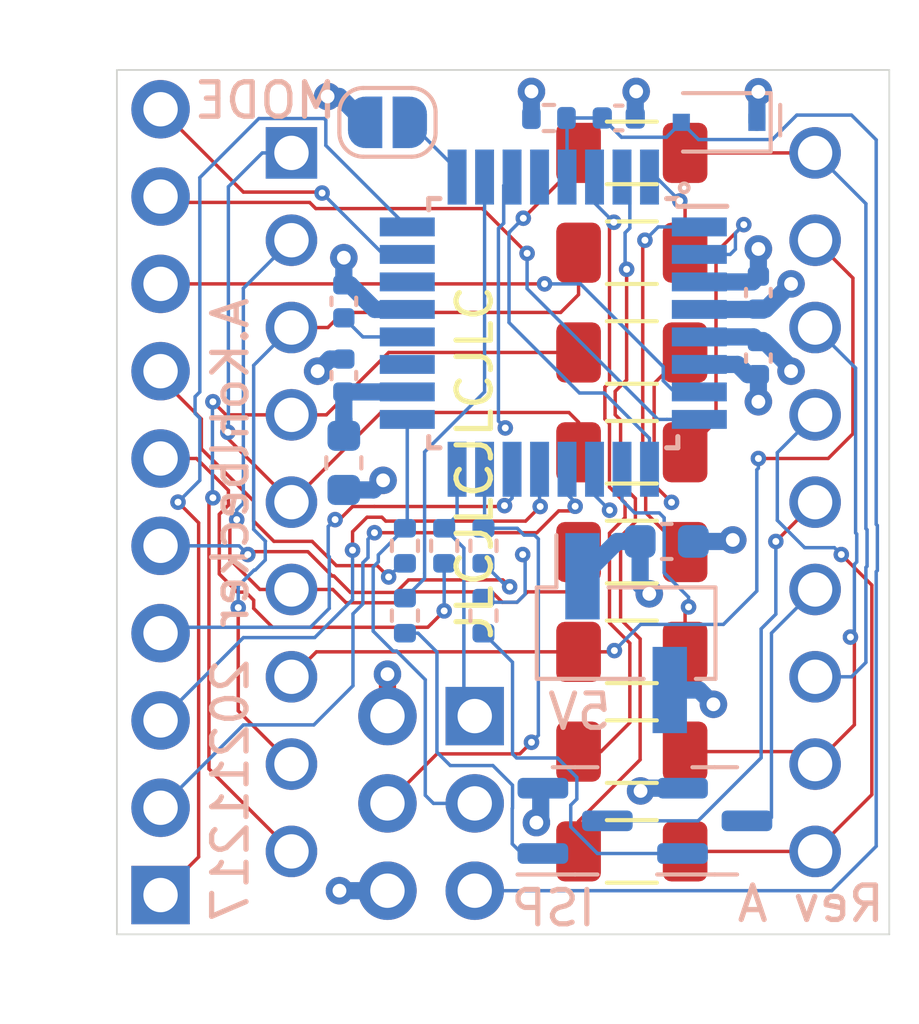
<source format=kicad_pcb>
(kicad_pcb (version 20221018) (generator pcbnew)
  (layers (0 "F.Cu" signal) (1 "In1.Cu" power) (2 "In2.Cu" power) (31 "B.Cu" signal) (34 "B.Paste" user) (35 "F.Paste" user) (36 "B.SilkS" user "B.Silkscreen") (37 "F.SilkS" user "F.Silkscreen") (38 "B.Mask" user) (39 "F.Mask" user) (44 "Edge.Cuts" user))
  (net 0 "")
  (net 1 "GND")
  (net 2 "VCC")
  (net 3 "Net-(C4-Pad1)")
  (net 4 "/~{RST}")
  (net 5 "/MOSI")
  (net 6 "/SCK")
  (net 7 "/MISO")
  (net 11 "Net-(Q1-Pad1)")
  (net 12 "Net-(Q2-Pad1)")
  (net 13 "/ZERO_O")
  (net 14 "/D7")
  (net 15 "/D6")
  (net 16 "/D5")
  (net 17 "/D4")
  (net 18 "/D3")
  (net 19 "/D2")
  (net 20 "/D1")
  (net 21 "/D0")
  (net 22 "/ZERO_I_OR_OE")
  (net 23 "/DIG_1")
  (net 24 "/DIG_2")
  (net 25 "Net-(R1-Pad2)")
  (net 26 "/DIG_A")
  (net 27 "Net-(R2-Pad2)")
  (net 28 "/DIG_B")
  (net 29 "Net-(R3-Pad2)")
  (net 30 "/DIG_C")
  (net 31 "Net-(R4-Pad2)")
  (net 32 "/DIG_D")
  (net 33 "Net-(R5-Pad2)")
  (net 34 "/DIG_E")
  (net 35 "Net-(R6-Pad2)")
  (net 36 "/DIG_F")
  (net 37 "Net-(R7-Pad2)")
  (net 38 "/DIG_G")
  (net 39 "Net-(R8-Pad2)")
  (net 40 "/DIG_P")
  (net 41 "/LEFT_DIGIT")
  (net 42 "/RIGHT_DIGIT")
  (net 43 "/AVCC")
  (net 44 "/MODE")
  (footprint "Display_7Segment:DA56-11SURKWA" (layer "F.Cu") (at 125.73 105.41)
    (fp_text reference "U2")
    (fp_text value "HDSP-523")
  )
  (footprint "Resistor_SMD:R_1206_3216Metric_Pad1.30x1.75mm_HandSolder" (layer "F.Cu") (at 135.636 122.827142 180)
    (fp_text reference "R1")
    (fp_text value "1k")
  )
  (footprint "Resistor_SMD:R_1206_3216Metric_Pad1.30x1.75mm_HandSolder" (layer "F.Cu") (at 135.636 125.73 180)
    (fp_text reference "R2")
    (fp_text value "1k")
  )
  (footprint "Resistor_SMD:R_1206_3216Metric_Pad1.30x1.75mm_HandSolder" (layer "F.Cu") (at 135.636 108.312857)
    (fp_text reference "R3")
    (fp_text value "1k")
  )
  (footprint "Resistor_SMD:R_1206_3216Metric_Pad1.30x1.75mm_HandSolder" (layer "F.Cu") (at 135.636 117.021428)
    (fp_text reference "R4")
    (fp_text value "1k")
  )
  (footprint "Resistor_SMD:R_1206_3216Metric_Pad1.30x1.75mm_HandSolder" (layer "F.Cu") (at 135.636 105.41 180)
    (fp_text reference "R6")
    (fp_text value "1k")
  )
  (footprint "Resistor_SMD:R_1206_3216Metric_Pad1.30x1.75mm_HandSolder" (layer "F.Cu") (at 135.636 119.924285)
    (fp_text reference "R7")
    (fp_text value "1k")
  )
  (footprint "Resistor_SMD:R_1206_3216Metric_Pad1.30x1.75mm_HandSolder" (layer "F.Cu") (at 135.636 111.215714)
    (fp_text reference "R8")
    (fp_text value "1k")
  )
  (footprint "Resistor_SMD:R_1206_3216Metric_Pad1.30x1.75mm_HandSolder" (layer "F.Cu") (at 135.636 114.118571)
    (fp_text reference "R5")
    (fp_text value "1k")
  )
  (footprint "Package_TO_SOT_SMD:SOT-23" (layer "B.Cu") (at 133.985 124.841)
    (fp_text reference "Q1")
    (fp_text value "Q_NPN_BEC")
  )
  (footprint "Connector_PinHeader_2.54mm:PinHeader_1x02_P2.54mm_Vertical_SMD_Pin1Left" (layer "B.Cu") (at 135.47 119.38 -90)
    (fp_text reference "J4")
    (fp_text value "Conn_01x02")
  )
  (footprint "Connector_PinHeader_2.54mm:PinHeader_1x10_P2.54mm_Vertical" (layer "B.Cu") (at 121.92 127)
    (fp_text reference "J2")
    (fp_text value "Conn_01x10")
  )
  (footprint "Package_TO_SOT_SMD:SOT-23" (layer "B.Cu") (at 138.049 124.841)
    (fp_text reference "Q2")
    (fp_text value "Q_NPN_BEC")
  )
  (footprint "Resistor_SMD:R_0402_1005Metric" (layer "B.Cu") (at 130.175 116.84 90)
    (fp_text reference "R10")
    (fp_text value "4.7k")
  )
  (footprint "Resistor_SMD:R_0402_1005Metric" (layer "B.Cu") (at 129.032 118.872 90)
    (fp_text reference "R12")
    (fp_text value "4.7k")
  )
  (footprint "Resistor_SMD:R_0402_1005Metric" (layer "B.Cu") (at 131.318 116.84 90)
    (fp_text reference "R9")
    (fp_text value "4.7k")
  )
  (footprint "Resistor_SMD:R_0402_1005Metric" (layer "B.Cu") (at 131.318 118.872 90)
    (fp_text reference "R13")
    (fp_text value "4.7k")
  )
  (footprint "Capacitor_SMD:C_0402_1005Metric" (layer "B.Cu") (at 135.255 104.394)
    (fp_text reference "C5")
    (fp_text value "100n")
  )
  (footprint "Diode_SMD:D_SOD-323F" (layer "B.Cu") (at 138.176 104.521 180)
    (fp_text reference "D1")
    (fp_text value "1N4148")
  )
  (footprint "Resistor_SMD:R_0402_1005Metric" (layer "B.Cu") (at 133.223 104.394 180)
    (fp_text reference "R14")
    (fp_text value "10k")
  )
  (footprint "Jumper:SolderJumper-2_P1.3mm_Open_RoundedPad1.0x1.5mm" (layer "B.Cu") (at 128.524 104.521 180)
    (fp_text reference "JP1")
    (fp_text value "MODE")
  )
  (footprint "Connector_PinHeader_2.54mm:PinHeader_2x03_P2.54mm_Vertical" (layer "B.Cu") (at 131.064 121.793 180)
    (fp_text reference "J1")
    (fp_text value "AVR-ISP-6")
  )
  (footprint "Capacitor_SMD:C_0603_1608Metric" (layer "B.Cu") (at 136.652 116.713)
    (fp_text reference "C6")
    (fp_text value "10u")
  )
  (footprint "Resistor_SMD:R_0402_1005Metric" (layer "B.Cu") (at 129.032 116.84 90)
    (fp_text reference "R11")
    (fp_text value "4.7k")
  )
  (footprint "Capacitor_SMD:C_0402_1005Metric" (layer "B.Cu") (at 127.254 111.887 90)
    (fp_text reference "C2")
    (fp_text value "100n")
  )
  (footprint "Capacitor_SMD:C_0402_1005Metric" (layer "B.Cu") (at 139.319 111.379 90)
    (fp_text reference "C1")
    (fp_text value "100n")
  )
  (footprint "Capacitor_SMD:C_0402_1005Metric" (layer "B.Cu") (at 127.254 109.728 90)
    (fp_text reference "C4")
    (fp_text value "100n")
  )
  (footprint "Inductor_SMD:L_0603_1608Metric" (layer "B.Cu") (at 127.254 114.427 -90)
    (fp_text reference "L1")
    (fp_text value "10u")
  )
  (footprint "Capacitor_SMD:C_0402_1005Metric" (layer "B.Cu") (at 139.319 109.474 90)
    (fp_text reference "C3")
    (fp_text value "100n")
  )
  (footprint "Package_QFP:TQFP-32_7x7mm_P0.8mm" (layer "B.Cu") (at 133.35 110.363 180)
    (fp_text reference "U1")
    (fp_text value "ATmega168PA-AU")
  )
  (gr_circle (center 137.16 106.426) (end 137.033 106.426) (stroke (width 0.12)) (fill none) (layer "B.SilkS"))
  (gr_line (start 139.954 104.013) (end 139.954 104.902) (stroke (width 0.12)) (layer "B.SilkS"))
  (gr_line (start 120.65 102.997) (end 143.129 102.997) (stroke (width 0.05)) (layer "Edge.Cuts"))
  (gr_line (start 143.129 102.997) (end 143.129 128.143) (stroke (width 0.05)) (layer "Edge.Cuts"))
  (gr_line (start 120.65 128.143) (end 120.65 102.997) (stroke (width 0.05)) (layer "Edge.Cuts"))
  (gr_line (start 143.129 128.143) (end 120.65 128.143) (stroke (width 0.05)) (layer "Edge.Cuts"))
  (gr_text "A.Kohlbecker" (at 123.952 114.427 90) (layer "B.SilkS") (effects (font (size 1 1) (thickness 0.153)) (justify mirror)))
  (gr_text "20211217" (at 123.952 123.951833 90) (layer "B.SilkS") (effects (font (size 1 1) (thickness 0.153)) (justify mirror)))
  (gr_text "ISP" (at 133.35 127.381) (layer "B.SilkS") (effects (font (size 1 1)) (justify mirror)))
  (gr_text "Rev A" (at 140.843 127.254) (layer "B.SilkS") (effects (font (size 1 1) (thickness 0.153)) (justify mirror)))
  (gr_text "5V" (at 134.112 121.666) (layer "B.SilkS") (effects (font (size 1 1)) (justify mirror)))
  (gr_text "MODE" (at 124.968 103.886) (layer "B.SilkS") (effects (font (size 1 1) (thickness 0.153)) (justify mirror)))
  (gr_text "JLCJLCJLCJLC" (at 131.064 114.427 90) (layer "F.SilkS") (effects (font (size 1 1))))
  (via (at 126.492 111.76) (size 0.8) (drill 0.4) (layers "F.Cu" "B.Cu") (net 1))
  (via (at 127.127 126.873) (size 0.8) (drill 0.4) (layers "F.Cu" "B.Cu") (net 1))
  (via (at 126.782026 103.768045) (size 0.8) (drill 0.4) (layers "F.Cu" "B.Cu") (net 1))
  (via (at 135.763 103.622) (size 0.8) (drill 0.4) (layers "F.Cu" "B.Cu") (net 1))
  (via (at 138.574262 116.669647) (size 0.8) (drill 0.4) (layers "F.Cu" "B.Cu") (net 1))
  (via (at 139.319 108.204) (size 0.8) (drill 0.4) (layers "F.Cu" "B.Cu") (net 1))
  (via (at 138.010797 121.451176) (size 0.8) (drill 0.4) (layers "F.Cu" "B.Cu") (net 1))
  (via (at 127.254 108.458) (size 0.8) (drill 0.4) (layers "F.Cu" "B.Cu") (net 1))
  (via (at 132.858515 124.8915) (size 0.8) (drill 0.4) (layers "F.Cu" "B.Cu") (net 1))
  (via (at 135.89 123.971067) (size 0.8) (drill 0.4) (layers "F.Cu" "B.Cu") (net 1))
  (via (at 140.270283 111.760001) (size 0.8) (drill 0.4) (layers "F.Cu" "B.Cu") (net 1))
  (segment (start 135.735 104.394) (end 135.735 103.65) (width 0.5) (layer "B.Cu") (net 1))
  (segment (start 132.858515 124.8915) (end 132.985 124.765015) (width 0.5) (layer "B.Cu") (net 1))
  (segment (start 126.845 111.407) (end 126.492 111.76) (width 0.5) (layer "B.Cu") (net 1))
  (segment (start 137.427 116.713) (end 138.530909 116.713) (width 0.5) (layer "B.Cu") (net 1))
  (segment (start 139.503402 110.899) (end 140.270283 111.665881) (width 0.5) (layer "B.Cu") (net 1))
  (segment (start 137.594621 121.035) (end 138.010797 121.451176) (width 0.5) (layer "B.Cu") (net 1))
  (segment (start 135.970067 123.891) (end 135.89 123.971067) (width 0.5) (layer "B.Cu") (net 1))
  (segment (start 140.270283 111.665881) (end 140.270283 111.760001) (width 0.5) (layer "B.Cu") (net 1))
  (segment (start 129.1 109.963) (end 128.153402 109.963) (width 0.5) (layer "B.Cu") (net 1))
  (segment (start 127.874 104.521) (end 127.121045 103.768045) (width 0.5) (layer "B.Cu") (net 1))
  (segment (start 139.183 110.763) (end 139.319 110.899) (width 0.5) (layer "B.Cu") (net 1))
  (segment (start 137.6 110.763) (end 139.183 110.763) (width 0.5) (layer "B.Cu") (net 1))
  (segment (start 139.15 109.163) (end 139.319 108.994) (width 0.5) (layer "B.Cu") (net 1))
  (segment (start 127.438402 109.248) (end 127.254 109.248) (width 0.5) (layer "B.Cu") (net 1))
  (segment (start 139.319 110.899) (end 139.503402 110.899) (width 0.5) (layer "B.Cu") (net 1))
  (segment (start 128.524 126.873) (end 127.127 126.873) (width 0.5) (layer "B.Cu") (net 1))
  (segment (start 138.530909 116.713) (end 138.574262 116.669647) (width 0.5) (layer "B.Cu") (net 1))
  (segment (start 127.254 111.407) (end 126.845 111.407) (width 0.5) (layer "B.Cu") (net 1))
  (segment (start 127.254 109.248) (end 127.254 108.458) (width 0.5) (layer "B.Cu") (net 1))
  (segment (start 136.74 121.035) (end 137.594621 121.035) (width 0.5) (layer "B.Cu") (net 1))
  (segment (start 128.153402 109.963) (end 127.438402 109.248) (width 0.5) (layer "B.Cu") (net 1))
  (segment (start 127.121045 103.768045) (end 126.782026 103.768045) (width 0.5) (layer "B.Cu") (net 1))
  (segment (start 132.985 124.765015) (end 132.985 123.891) (width 0.5) (layer "B.Cu") (net 1))
  (segment (start 137.049 123.891) (end 135.970067 123.891) (width 0.5) (layer "B.Cu") (net 1))
  (segment (start 139.319 108.994) (end 139.319 108.204) (width 0.5) (layer "B.Cu") (net 1))
  (segment (start 135.735 103.65) (end 135.763 103.622) (width 0.5) (layer "B.Cu") (net 1))
  (segment (start 137.6 109.163) (end 139.15 109.163) (width 0.5) (layer "B.Cu") (net 1))
  (segment (start 128.524 121.793) (end 128.524 120.574295) (width 0.5) (layer "F.Cu") (net 2))
  (via (at 132.715 103.622) (size 0.8) (drill 0.4) (layers "F.Cu" "B.Cu") (net 2))
  (via (at 139.319 112.649) (size 0.8) (drill 0.4) (layers "F.Cu" "B.Cu") (net 2))
  (via (at 128.397 114.935) (size 0.8) (drill 0.4) (layers "F.Cu" "B.Cu") (net 2))
  (via (at 139.319 103.632) (size 0.8) (drill 0.4) (layers "F.Cu" "B.Cu") (net 2))
  (via (at 136.144 118.236994) (size 0.8) (drill 0.4) (layers "F.Cu" "B.Cu") (net 2))
  (via (at 128.524 120.574295) (size 0.8) (drill 0.4) (layers "F.Cu" "B.Cu") (net 2))
  (via (at 140.270272 109.219994) (size 0.8) (drill 0.4) (layers "F.Cu" "B.Cu") (net 2))
  (segment (start 132.713 103.624) (end 132.715 103.622) (width 0.5) (layer "B.Cu") (net 2))
  (segment (start 135.877 116.713) (end 135.877 117.969994) (width 0.5) (layer "B.Cu") (net 2))
  (segment (start 139.276 104.521) (end 139.276 103.675) (width 0.5) (layer "B.Cu") (net 2))
  (segment (start 135.877 117.969994) (end 136.144 118.236994) (width 0.5) (layer "B.Cu") (net 2))
  (segment (start 135.212 116.713) (end 134.2 117.725) (width 0.5) (layer "B.Cu") (net 2))
  (segment (start 139.276 103.675) (end 139.319 103.632) (width 0.5) (layer "B.Cu") (net 2))
  (segment (start 139.319 109.954) (end 139.536266 109.954) (width 0.5) (layer "B.Cu") (net 2))
  (segment (start 138.713 111.563) (end 139.009 111.859) (width 0.5) (layer "B.Cu") (net 2))
  (segment (start 137.6 111.563) (end 138.713 111.563) (width 0.5) (layer "B.Cu") (net 2))
  (segment (start 139.31 109.963) (end 139.319 109.954) (width 0.5) (layer "B.Cu") (net 2))
  (segment (start 132.713 104.394) (end 132.713 103.624) (width 0.5) (layer "B.Cu") (net 2))
  (segment (start 139.319 111.859) (end 139.319 112.649) (width 0.5) (layer "B.Cu") (net 2))
  (segment (start 128.1175 115.2145) (end 128.397 114.935) (width 0.5) (layer "B.Cu") (net 2))
  (segment (start 127.254 115.2145) (end 128.1175 115.2145) (width 0.5) (layer "B.Cu") (net 2))
  (segment (start 139.009 111.859) (end 139.319 111.859) (width 0.5) (layer "B.Cu") (net 2))
  (segment (start 137.6 109.963) (end 139.31 109.963) (width 0.5) (layer "B.Cu") (net 2))
  (segment (start 139.536266 109.954) (end 140.270272 109.219994) (width 0.5) (layer "B.Cu") (net 2))
  (segment (start 135.877 116.713) (end 135.212 116.713) (width 0.5) (layer "B.Cu") (net 2))
  (segment (start 129.1 110.763) (end 127.809 110.763) (width 0.1) (layer "B.Cu") (net 3))
  (segment (start 127.809 110.763) (end 127.254 110.208) (width 0.1) (layer "B.Cu") (net 3))
  (segment (start 140.437003 104.309999) (end 139.726001 105.021001) (width 0.1) (layer "B.Cu") (net 4))
  (segment (start 141.455002 126.873) (end 142.748 125.580002) (width 0.1) (layer "B.Cu") (net 4))
  (segment (start 134.775 104.394) (end 135.33501 104.95401) (width 0.1) (layer "B.Cu") (net 4))
  (segment (start 133.733 104.394) (end 134.775 104.394) (width 0.1) (layer "B.Cu") (net 4))
  (segment (start 139.726001 105.021001) (end 137.576001 105.021001) (width 0.1) (layer "B.Cu") (net 4))
  (segment (start 133.75 104.411) (end 133.733 104.394) (width 0.1) (layer "B.Cu") (net 4))
  (segment (start 142.748 125.580002) (end 142.748 117.59256) (width 0.1) (layer "B.Cu") (net 4))
  (segment (start 133.75 106.113) (end 133.75 104.411) (width 0.1) (layer "B.Cu") (net 4))
  (segment (start 131.064 126.873) (end 141.455002 126.873) (width 0.1) (layer "B.Cu") (net 4))
  (segment (start 136.64299 104.95401) (end 137.076 104.521) (width 0.1) (layer "B.Cu") (net 4))
  (segment (start 135.33501 104.95401) (end 136.64299 104.95401) (width 0.1) (layer "B.Cu") (net 4))
  (segment (start 142.748 116.21444) (end 142.748 105.029) (width 0.1) (layer "B.Cu") (net 4))
  (segment (start 137.576001 105.021001) (end 137.076 104.521) (width 0.1) (layer "B.Cu") (net 4))
  (segment (start 142.782023 116.248463) (end 142.748 116.21444) (width 0.1) (layer "B.Cu") (net 4))
  (segment (start 142.028999 104.309999) (end 140.437003 104.309999) (width 0.1) (layer "B.Cu") (net 4))
  (segment (start 142.748 105.029) (end 142.028999 104.309999) (width 0.1) (layer "B.Cu") (net 4))
  (segment (start 142.782023 117.558537) (end 142.782023 116.248463) (width 0.1) (layer "B.Cu") (net 4))
  (segment (start 142.748 117.59256) (end 142.782023 117.558537) (width 0.1) (layer "B.Cu") (net 4))
  (segment (start 128.524 124.333) (end 129.963999 122.893001) (width 0.1) (layer "F.Cu") (net 5))
  (segment (start 129.963999 122.893001) (end 132.376999 122.893001) (width 0.1) (layer "F.Cu") (net 5))
  (segment (start 132.376999 122.893001) (end 132.715 122.555) (width 0.1) (layer "F.Cu") (net 5))
  (via (at 132.715 122.555) (size 0.45) (drill 0.2) (layers "F.Cu" "B.Cu") (net 5))
  (segment (start 132.498998 116.528002) (end 132.803018 116.528002) (width 0.1) (layer "B.Cu") (net 5))
  (segment (start 132.914999 116.639983) (end 132.914999 122.355001) (width 0.1) (layer "B.Cu") (net 5))
  (segment (start 131.318 116.33) (end 132.300996 116.33) (width 0.1) (layer "B.Cu") (net 5))
  (segment (start 131.35 114.613) (end 131.35 116.298) (width 0.1) (layer "B.Cu") (net 5))
  (segment (start 132.803018 116.528002) (end 132.914999 116.639983) (width 0.1) (layer "B.Cu") (net 5))
  (segment (start 132.300996 116.33) (end 132.498998 116.528002) (width 0.1) (layer "B.Cu") (net 5))
  (segment (start 132.914999 122.355001) (end 132.715 122.555) (width 0.1) (layer "B.Cu") (net 5))
  (segment (start 131.35 116.298) (end 131.318 116.33) (width 0.1) (layer "B.Cu") (net 5))
  (segment (start 129.032 116.33) (end 128.258013 117.103987) (width 0.1) (layer "B.Cu") (net 6))
  (segment (start 129.1 116.262) (end 129.1 113.163) (width 0.1) (layer "B.Cu") (net 6))
  (segment (start 128.79201 119.90201) (end 129.624001 120.734001) (width 0.1) (layer "B.Cu") (net 6))
  (segment (start 128.108022 119.32251) (end 128.687522 119.90201) (width 0.1) (layer "B.Cu") (net 6))
  (segment (start 128.258013 117.103987) (end 128.258013 117.307264) (width 0.1) (layer "B.Cu") (net 6))
  (segment (start 129.861919 124.333) (end 131.064 124.333) (width 0.1) (layer "B.Cu") (net 6))
  (segment (start 129.624001 124.095082) (end 129.861919 124.333) (width 0.1) (layer "B.Cu") (net 6))
  (segment (start 129.624001 120.734001) (end 129.624001 124.095082) (width 0.1) (layer "B.Cu") (net 6))
  (segment (start 128.258013 117.307264) (end 128.108022 117.457255) (width 0.1) (layer "B.Cu") (net 6))
  (segment (start 129.032 116.33) (end 129.1 116.262) (width 0.1) (layer "B.Cu") (net 6))
  (segment (start 128.687522 119.90201) (end 128.79201 119.90201) (width 0.1) (layer "B.Cu") (net 6))
  (segment (start 128.108022 117.457255) (end 128.108022 119.32251) (width 0.1) (layer "B.Cu") (net 6))
  (segment (start 130.55 115.955) (end 130.175 116.33) (width 0.1) (layer "B.Cu") (net 7))
  (segment (start 130.74799 121.47699) (end 130.74799 116.90299) (width 0.1) (layer "B.Cu") (net 7))
  (segment (start 130.74799 116.90299) (end 130.175 116.33) (width 0.1) (layer "B.Cu") (net 7))
  (segment (start 130.55 114.613) (end 130.55 115.955) (width 0.1) (layer "B.Cu") (net 7))
  (segment (start 131.064 121.793) (end 130.74799 121.47699) (width 0.1) (layer "B.Cu") (net 7))
  (segment (start 129.963999 119.930999) (end 129.963999 122.843001) (width 0.1) (layer "B.Cu") (net 11))
  (segment (start 132.155185 124.478986) (end 132.155185 125.511185) (width 0.1) (layer "B.Cu") (net 11))
  (segment (start 129.415 119.382) (end 129.963999 119.930999) (width 0.1) (layer "B.Cu") (net 11))
  (segment (start 129.032 119.382) (end 129.415 119.382) (width 0.1) (layer "B.Cu") (net 11))
  (segment (start 129.963999 122.843001) (end 130.353997 123.232999) (width 0.1) (layer "B.Cu") (net 11))
  (segment (start 132.164001 124.47017) (end 132.155185 124.478986) (width 0.1) (layer "B.Cu") (net 11))
  (segment (start 132.155185 125.511185) (end 132.435 125.791) (width 0.1) (layer "B.Cu") (net 11))
  (segment (start 132.164001 123.804999) (end 132.164001 124.47017) (width 0.1) (layer "B.Cu") (net 11))
  (segment (start 130.353997 123.232999) (end 131.592001 123.232999) (width 0.1) (layer "B.Cu") (net 11))
  (segment (start 131.592001 123.232999) (end 132.164001 123.804999) (width 0.1) (layer "B.Cu") (net 11))
  (segment (start 132.435 125.791) (end 132.985 125.791) (width 0.1) (layer "B.Cu") (net 11))
  (segment (start 133.858 124.383685) (end 134.035 124.206685) (width 0.1) (layer "B.Cu") (net 12))
  (segment (start 132.164001 120.228001) (end 131.318 119.382) (width 0.1) (layer "B.Cu") (net 12))
  (segment (start 132.2832 123.0122) (end 132.164001 122.893001) (width 0.1) (layer "B.Cu") (net 12))
  (segment (start 134.035 124.206685) (end 134.035 123.575315) (width 0.1) (layer "B.Cu") (net 12))
  (segment (start 137.049 125.791) (end 134.634998 125.791) (width 0.1) (layer "B.Cu") (net 12))
  (segment (start 133.471885 123.0122) (end 132.2832 123.0122) (width 0.1) (layer "B.Cu") (net 12))
  (segment (start 134.634998 125.791) (end 133.858 125.014002) (width 0.1) (layer "B.Cu") (net 12))
  (segment (start 133.858 125.014002) (end 133.858 124.383685) (width 0.1) (layer "B.Cu") (net 12))
  (segment (start 134.035 123.575315) (end 133.471885 123.0122) (width 0.1) (layer "B.Cu") (net 12))
  (segment (start 132.164001 122.893001) (end 132.164001 120.228001) (width 0.1) (layer "B.Cu") (net 12))
  (segment (start 123.028326 116.170326) (end 122.428 115.57) (width 0.1) (layer "F.Cu") (net 13))
  (segment (start 123.028326 125.891674) (end 123.028326 116.170326) (width 0.1) (layer "F.Cu") (net 13))
  (segment (start 121.92 127) (end 123.028326 125.891674) (width 0.1) (layer "F.Cu") (net 13))
  (via (at 122.428 115.57) (size 0.45) (drill 0.2) (layers "F.Cu" "B.Cu") (net 13))
  (segment (start 126.730001 104.459999) (end 126.680001 104.409999) (width 0.1) (layer "B.Cu") (net 13))
  (segment (start 126.730001 105.193001) (end 126.730001 104.459999) (width 0.1) (layer "B.Cu") (net 13))
  (segment (start 123.063 112.363998) (end 122.924988 112.50201) (width 0.1) (layer "B.Cu") (net 13))
  (segment (start 123.063 114.935) (end 122.428 115.57) (width 0.1) (layer "B.Cu") (net 13))
  (segment (start 124.779999 104.409999) (end 123.063 106.126998) (width 0.1) (layer "B.Cu") (net 13))
  (segment (start 123.063 113.124293) (end 123.063 114.935) (width 0.1) (layer "B.Cu") (net 13))
  (segment (start 122.924988 112.986281) (end 123.063 113.124293) (width 0.1) (layer "B.Cu") (net 13))
  (segment (start 122.924988 112.50201) (end 122.924988 112.986281) (width 0.1) (layer "B.Cu") (net 13))
  (segment (start 123.063 106.126998) (end 123.063 112.363998) (width 0.1) (layer "B.Cu") (net 13))
  (segment (start 129.1 107.563) (end 126.730001 105.193001) (width 0.1) (layer "B.Cu") (net 13))
  (segment (start 126.680001 104.409999) (end 124.779999 104.409999) (width 0.1) (layer "B.Cu") (net 13))
  (segment (start 132.588 108.331) (end 131.287 107.03) (width 0.1) (layer "F.Cu") (net 14))
  (segment (start 126.438002 107.03) (end 126.258001 106.849999) (width 0.1) (layer "F.Cu") (net 14))
  (segment (start 122.089999 106.849999) (end 121.92 106.68) (width 0.1) (layer "F.Cu") (net 14))
  (segment (start 126.258001 106.849999) (end 122.089999 106.849999) (width 0.1) (layer "F.Cu") (net 14))
  (segment (start 131.287 107.03) (end 126.438002 107.03) (width 0.1) (layer "F.Cu") (net 14))
  (via (at 132.588 108.331) (size 0.45) (drill 0.2) (layers "F.Cu" "B.Cu") (net 14))
  (segment (start 136.658 113.163) (end 136.392998 113.163) (width 0.1) (layer "B.Cu") (net 14))
  (segment (start 132.588 109.358002) (end 132.588 108.331) (width 0.1) (layer "B.Cu") (net 14))
  (segment (start 137.6 113.163) (end 136.658 113.163) (width 0.1) (layer "B.Cu") (net 14))
  (segment (start 136.392998 113.163) (end 132.588 109.358002) (width 0.1) (layer "B.Cu") (net 14))
  (segment (start 121.92 109.22) (end 133.096 109.22) (width 0.1) (layer "F.Cu") (net 15))
  (via (at 133.096 109.22) (size 0.45) (drill 0.2) (layers "F.Cu" "B.Cu") (net 15))
  (segment (start 136.549999 112.038001) (end 136.549999 111.629157) (width 0.1) (layer "B.Cu") (net 15))
  (segment (start 137.6 112.363) (end 136.874998 112.363) (width 0.1) (layer "B.Cu") (net 15))
  (segment (start 136.549999 111.629157) (end 134.140842 109.22) (width 0.1) (layer "B.Cu") (net 15))
  (segment (start 136.874998 112.363) (end 136.549999 112.038001) (width 0.1) (layer "B.Cu") (net 15))
  (segment (start 134.140842 109.22) (end 133.096 109.22) (width 0.1) (layer "B.Cu") (net 15))
  (segment (start 127.037994 117.417006) (end 128.228895 117.417006) (width 0.1) (layer "F.Cu") (net 16))
  (segment (start 128.228895 117.417006) (end 128.558032 117.746143) (width 0.1) (layer "F.Cu") (net 16))
  (segment (start 121.92 111.76) (end 121.92 111.961606) (width 0.1) (layer "F.Cu") (net 16))
  (segment (start 124.629999 115.538715) (end 124.629999 116.120999) (width 0.1) (layer "F.Cu") (net 16))
  (segment (start 124.629999 116.120999) (end 125.218988 116.709988) (width 0.1) (layer "F.Cu") (net 16))
  (segment (start 125.218988 116.709988) (end 126.330976 116.709988) (width 0.1) (layer "F.Cu") (net 16))
  (segment (start 123.106665 113.148271) (end 123.106665 114.015382) (width 0.1) (layer "F.Cu") (net 16))
  (segment (start 126.330976 116.709988) (end 127.037994 117.417006) (width 0.1) (layer "F.Cu") (net 16))
  (segment (start 123.106665 114.015382) (end 124.629999 115.538715) (width 0.1) (layer "F.Cu") (net 16))
  (segment (start 121.92 111.961606) (end 123.106665 113.148271) (width 0.1) (layer "F.Cu") (net 16))
  (via (at 128.558032 117.746143) (size 0.45) (drill 0.2) (layers "F.Cu" "B.Cu") (net 16))
  (segment (start 129.032 117.35) (end 128.954175 117.35) (width 0.1) (layer "B.Cu") (net 16))
  (segment (start 128.954175 117.35) (end 128.558032 117.746143) (width 0.1) (layer "B.Cu") (net 16))
  (segment (start 123.628998 117.659998) (end 124.156619 118.187619) (width 0.1) (layer "F.Cu") (net 17))
  (segment (start 121.92 114.3) (end 122.967004 114.3) (width 0.1) (layer "F.Cu") (net 17))
  (segment (start 124.63093 118.66193) (end 125.179001 119.210001) (width 0.1) (layer "F.Cu") (net 17))
  (segment (start 124.156619 118.187619) (end 124.39693 118.187619) (width 0.1) (layer "F.Cu") (net 17))
  (segment (start 125.179001 119.210001) (end 129.698032 119.210001) (width 0.1) (layer "F.Cu") (net 17))
  (segment (start 129.698032 119.210001) (end 129.798032 119.110001) (width 0.1) (layer "F.Cu") (net 17))
  (segment (start 124.39693 118.187619) (end 124.63093 118.421619) (width 0.1) (layer "F.Cu") (net 17))
  (segment (start 123.894002 115.659002) (end 123.628998 115.924006) (width 0.1) (layer "F.Cu") (net 17))
  (segment (start 123.894002 115.226998) (end 123.894002 115.659002) (width 0.1) (layer "F.Cu") (net 17))
  (segment (start 124.63093 118.421619) (end 124.63093 118.66193) (width 0.1) (layer "F.Cu") (net 17))
  (segment (start 122.967004 114.3) (end 123.894002 115.226998) (width 0.1) (layer "F.Cu") (net 17))
  (segment (start 123.628998 115.924006) (end 123.628998 117.659998) (width 0.1) (layer "F.Cu") (net 17))
  (segment (start 129.798032 119.110001) (end 130.175 118.733033) (width 0.1) (layer "F.Cu") (net 17))
  (via (at 130.175 118.733033) (size 0.45) (drill 0.2) (layers "F.Cu" "B.Cu") (net 17))
  (segment (start 130.175 117.35) (end 130.175 118.733033) (width 0.1) (layer "B.Cu") (net 17))
  (segment (start 126.965051 117.717013) (end 126.91373 117.717013) (width 0.1) (layer "F.Cu") (net 18))
  (segment (start 126.91373 117.717013) (end 126.206716 117.009999) (width 0.1) (layer "F.Cu") (net 18))
  (segment (start 128.774033 118.196144) (end 127.444182 118.196144) (width 0.1) (layer "F.Cu") (net 18))
  (segment (start 129.138431 117.831746) (end 128.774033 118.196144) (width 0.1) (layer "F.Cu") (net 18))
  (segment (start 127.444182 118.196144) (end 126.965051 117.717013) (width 0.1) (layer "F.Cu") (net 18))
  (segment (start 124.544001 117.009999) (end 124.46 117.094) (width 0.1) (layer "F.Cu") (net 18))
  (segment (start 131.88059 117.831746) (end 129.138431 117.831746) (width 0.1) (layer "F.Cu") (net 18))
  (segment (start 126.206716 117.009999) (end 124.544001 117.009999) (width 0.1) (layer "F.Cu") (net 18))
  (segment (start 132.080589 118.031745) (end 131.88059 117.831746) (width 0.1) (layer "F.Cu") (net 18))
  (via (at 132.080589 118.031745) (size 0.45) (drill 0.2) (layers "F.Cu" "B.Cu") (net 18))
  (via (at 124.46 117.094) (size 0.45) (drill 0.2) (layers "F.Cu" "B.Cu") (net 18))
  (segment (start 124.206 116.84) (end 124.46 117.094) (width 0.1) (layer "B.Cu") (net 18))
  (segment (start 131.999745 118.031745) (end 132.080589 118.031745) (width 0.1) (layer "B.Cu") (net 18))
  (segment (start 121.92 116.84) (end 124.206 116.84) (width 0.1) (layer "B.Cu") (net 18))
  (segment (start 131.318 117.35) (end 131.999745 118.031745) (width 0.1) (layer "B.Cu") (net 18))
  (segment (start 127.508 115.697) (end 128.143 115.697) (width 0.1) (layer "F.Cu") (net 19))
  (segment (start 127.508 115.697) (end 127.127 116.078) (width 0.1) (layer "F.Cu") (net 19))
  (segment (start 127.127 116.078) (end 127 116.078) (width 0.1) (layer "F.Cu") (net 19))
  (segment (start 128.143 115.697) (end 131.904763 115.697) (width 0.1) (layer "F.Cu") (net 19))
  (segment (start 131.904763 115.697) (end 131.930285 115.671478) (width 0.1) (layer "F.Cu") (net 19))
  (via (at 127 116.078) (size 0.45) (drill 0.2) (layers "F.Cu" "B.Cu") (net 19))
  (via (at 131.930285 115.671478) (size 0.45) (drill 0.2) (layers "F.Cu" "B.Cu") (net 19))
  (segment (start 126.800001 116.277999) (end 127 116.078) (width 0.1) (layer "B.Cu") (net 19))
  (segment (start 132.15 114.613) (end 132.15 115.451763) (width 0.1) (layer "B.Cu") (net 19))
  (segment (start 126.830001 117.157682) (end 126.800001 117.127682) (width 0.1) (layer "B.Cu") (net 19))
  (segment (start 126.800001 117.127682) (end 126.800001 116.277999) (width 0.1) (layer "B.Cu") (net 19))
  (segment (start 126.280999 119.210001) (end 126.830001 118.660999) (width 0.1) (layer "B.Cu") (net 19))
  (segment (start 122.089999 119.210001) (end 126.280999 119.210001) (width 0.1) (layer "B.Cu") (net 19))
  (segment (start 121.92 119.38) (end 122.089999 119.210001) (width 0.1) (layer "B.Cu") (net 19))
  (segment (start 132.15 115.451763) (end 131.930285 115.671478) (width 0.1) (layer "B.Cu") (net 19))
  (segment (start 126.830001 118.660999) (end 126.830001 117.157682) (width 0.1) (layer "B.Cu") (net 19))
  (segment (start 128.474879 116.121479) (end 128.362398 116.008998) (width 0.1) (layer "F.Cu") (net 20))
  (segment (start 132.969017 115.696983) (end 132.544521 116.121479) (width 0.1) (layer "F.Cu") (net 20))
  (segment (start 132.544521 116.121479) (end 128.474879 116.121479) (width 0.1) (layer "F.Cu") (net 20))
  (segment (start 127.508 116.430158) (end 127.508 116.966994) (width 0.1) (layer "F.Cu") (net 20))
  (segment (start 128.362398 116.008998) (end 127.92916 116.008998) (width 0.1) (layer "F.Cu") (net 20))
  (segment (start 127.92916 116.008998) (end 127.508 116.430158) (width 0.1) (layer "F.Cu") (net 20))
  (via (at 127.508 116.966994) (size 0.45) (drill 0.2) (layers "F.Cu" "B.Cu") (net 20))
  (via (at 132.969017 115.696983) (size 0.45) (drill 0.2) (layers "F.Cu" "B.Cu") (net 20))
  (segment (start 132.95 114.613) (end 132.95 115.677966) (width 0.1) (layer "B.Cu") (net 20))
  (segment (start 127.508 118.407279) (end 127.508 116.966994) (width 0.1) (layer "B.Cu") (net 20))
  (segment (start 132.95 115.677966) (end 132.969017 115.696983) (width 0.1) (layer "B.Cu") (net 20))
  (segment (start 126.405267 119.510012) (end 127.508 118.407279) (width 0.1) (layer "B.Cu") (net 20))
  (segment (start 124.329988 119.510012) (end 126.405267 119.510012) (width 0.1) (layer "B.Cu") (net 20))
  (segment (start 121.92 121.92) (end 124.329988 119.510012) (width 0.1) (layer "B.Cu") (net 20))
  (segment (start 134.112 115.697) (end 133.985 115.824) (width 0.1) (layer "F.Cu") (net 21))
  (segment (start 133.985 115.824) (end 133.508002 115.824) (width 0.1) (layer "F.Cu") (net 21))
  (segment (start 133.508002 115.824) (end 132.873002 116.459) (width 0.1) (layer "F.Cu") (net 21))
  (segment (start 132.873002 116.459) (end 128.146396 116.459) (width 0.1) (layer "F.Cu") (net 21))
  (via (at 133.986903 115.690492) (size 0.45) (drill 0.2) (layers "F.Cu" "B.Cu") (net 21))
  (via (at 128.146396 116.459) (size 0.45) (drill 0.2) (layers "F.Cu" "B.Cu") (net 21))
  (segment (start 127.808011 117.332987) (end 127.958002 117.182996) (width 0.1) (layer "B.Cu") (net 21))
  (segment (start 133.75 115.335) (end 134.112 115.697) (width 0.1) (layer "B.Cu") (net 21))
  (segment (start 121.92 124.46) (end 124.329988 122.050012) (width 0.1) (layer "B.Cu") (net 21))
  (segment (start 133.75 114.613) (end 133.75 115.335) (width 0.1) (layer "B.Cu") (net 21))
  (segment (start 127.958002 116.647394) (end 128.146396 116.459) (width 0.1) (layer "B.Cu") (net 21))
  (segment (start 127.519987 118.819571) (end 127.808011 118.531547) (width 0.1) (layer "B.Cu") (net 21))
  (segment (start 127.958002 117.182996) (end 127.958002 116.647394) (width 0.1) (layer "B.Cu") (net 21))
  (segment (start 124.329988 122.050012) (end 126.382269 122.050012) (width 0.1) (layer "B.Cu") (net 21))
  (segment (start 127.808011 118.531547) (end 127.808011 117.332987) (width 0.1) (layer "B.Cu") (net 21))
  (segment (start 127.519987 120.912294) (end 127.519987 118.819571) (width 0.1) (layer "B.Cu") (net 21))
  (segment (start 126.382269 122.050012) (end 127.519987 120.912294) (width 0.1) (layer "B.Cu") (net 21))
  (segment (start 126.594402 106.549988) (end 126.621702 106.577288) (width 0.1) (layer "F.Cu") (net 22))
  (segment (start 121.92 104.14) (end 124.329988 106.549988) (width 0.1) (layer "F.Cu") (net 22))
  (segment (start 124.329988 106.549988) (end 126.594402 106.549988) (width 0.1) (layer "F.Cu") (net 22))
  (via (at 126.621702 106.577288) (size 0.45) (drill 0.2) (layers "F.Cu" "B.Cu") (net 22))
  (segment (start 128.407414 108.363) (end 126.621702 106.577288) (width 0.1) (layer "B.Cu") (net 22))
  (segment (start 129.1 108.363) (end 128.407414 108.363) (width 0.1) (layer "B.Cu") (net 22))
  (segment (start 139.827 116.713) (end 140.97 115.57) (width 0.1) (layer "F.Cu") (net 23))
  (via (at 139.827 116.713) (size 0.45) (drill 0.2) (layers "F.Cu" "B.Cu") (net 23))
  (segment (start 139.827 118.828721) (end 139.827 116.713) (width 0.1) (layer "B.Cu") (net 23))
  (segment (start 139.399989 123.007411) (end 139.399989 119.255732) (width 0.1) (layer "B.Cu") (net 23))
  (segment (start 139.399989 119.255732) (end 139.827 118.828721) (width 0.1) (layer "B.Cu") (net 23))
  (segment (start 134.985 124.841) (end 137.5664 124.841) (width 0.1) (layer "B.Cu") (net 23))
  (segment (start 137.5664 124.841) (end 139.399989 123.007411) (width 0.1) (layer "B.Cu") (net 23))
  (segment (start 139.7 119.38) (end 140.97 118.11) (width 0.1) (layer "B.Cu") (net 24))
  (segment (start 139.7 124.74) (end 139.7 119.38) (width 0.1) (layer "B.Cu") (net 24))
  (segment (start 139.049 124.841) (end 139.599 124.841) (width 0.1) (layer "B.Cu") (net 24))
  (segment (start 139.599 124.841) (end 139.7 124.74) (width 0.1) (layer "B.Cu") (net 24))
  (segment (start 135.578002 121.98514) (end 135.578002 119.671998) (width 0.1) (layer "F.Cu") (net 25))
  (segment (start 134.986279 116.472446) (end 135.439054 116.019671) (width 0.1) (layer "F.Cu") (net 25))
  (segment (start 134.986279 107.551655) (end 135.111432 107.426502) (width 0.1) (layer "F.Cu") (net 25))
  (segment (start 134.986279 115.134894) (end 134.986279 113.285758) (width 0.1) (layer "F.Cu") (net 25))
  (segment (start 135.439054 115.587669) (end 134.986279 115.134894) (width 0.1) (layer "F.Cu") (net 25))
  (segment (start 134.986279 119.080275) (end 134.986279 116.472446) (width 0.1) (layer "F.Cu") (net 25))
  (segment (start 134.986279 113.285758) (end 134.851958 113.151437) (width 0.1) (layer "F.Cu") (net 25))
  (segment (start 134.986279 112.088042) (end 134.986279 107.551655) (width 0.1) (layer "F.Cu") (net 25))
  (segment (start 135.578002 119.671998) (end 134.986279 119.080275) (width 0.1) (layer "F.Cu") (net 25))
  (segment (start 134.851958 113.151437) (end 134.851958 112.222363) (width 0.1) (layer "F.Cu") (net 25))
  (segment (start 134.086 122.827142) (end 134.736 122.827142) (width 0.1) (layer "F.Cu") (net 25))
  (segment (start 134.851958 112.222363) (end 134.986279 112.088042) (width 0.1) (layer "F.Cu") (net 25))
  (segment (start 135.439054 116.019671) (end 135.439054 115.587669) (width 0.1) (layer "F.Cu") (net 25))
  (segment (start 134.736 122.827142) (end 135.578002 121.98514) (width 0.1) (layer "F.Cu") (net 25))
  (via (at 135.111432 107.426502) (size 0.45) (drill 0.2) (layers "F.Cu" "B.Cu") (net 25))
  (segment (start 134.55 106.86507) (end 135.111432 107.426502) (width 0.1) (layer "B.Cu") (net 25))
  (segment (start 134.55 106.113) (end 134.55 106.86507) (width 0.1) (layer "B.Cu") (net 25))
  (segment (start 142.113 119.610042) (end 141.997979 119.495021) (width 0.1) (layer "F.Cu") (net 26))
  (segment (start 140.607142 122.827142) (end 140.97 123.19) (width 0.1) (layer "F.Cu") (net 26))
  (segment (start 140.97 123.19) (end 142.113 122.047) (width 0.1) (layer "F.Cu") (net 26))
  (segment (start 137.186 122.827142) (end 140.607142 122.827142) (width 0.1) (layer "F.Cu") (net 26))
  (segment (start 142.113 122.047) (end 142.113 119.610042) (width 0.1) (layer "F.Cu") (net 26))
  (via (at 141.997979 119.495021) (size 0.45) (drill 0.2) (layers "F.Cu" "B.Cu") (net 26))
  (segment (start 142.113 119.38) (end 141.997979 119.495021) (width 0.1) (layer "B.Cu") (net 26))
  (segment (start 142.147978 111.667978) (end 142.147978 116.462976) (width 0.1) (layer "B.Cu") (net 26))
  (segment (start 142.113 117.379002) (end 142.113 119.38) (width 0.1) (layer "B.Cu") (net 26))
  (segment (start 140.97 110.49) (end 142.147978 111.667978) (width 0.1) (layer "B.Cu") (net 26))
  (segment (start 142.147978 116.462976) (end 142.182001 116.496999) (width 0.1) (layer "B.Cu") (net 26))
  (segment (start 142.182001 116.496999) (end 142.182001 117.310001) (width 0.1) (layer "B.Cu") (net 26))
  (segment (start 142.182001 117.310001) (end 142.113 117.379002) (width 0.1) (layer "B.Cu") (net 26))
  (segment (start 135.151969 113.027169) (end 135.151969 112.346631) (width 0.1) (layer "F.Cu") (net 27))
  (segment (start 135.484677 109.078187) (end 135.484677 108.795345) (width 0.1) (layer "F.Cu") (net 27))
  (segment (start 135.309001 116.574003) (end 135.739065 116.143939) (width 0.1) (layer "F.Cu") (net 27))
  (segment (start 135.878013 119.54773) (end 135.309001 118.978718) (width 0.1) (layer "F.Cu") (net 27))
  (segment (start 135.309001 118.978718) (end 135.309001 116.574003) (width 0.1) (layer "F.Cu") (net 27))
  (segment (start 135.739065 115.463401) (end 135.309001 115.033337) (width 0.1) (layer "F.Cu") (net 27))
  (segment (start 135.151969 112.346631) (end 135.484677 112.013923) (width 0.1) (layer "F.Cu") (net 27))
  (segment (start 134.086 124.855) (end 135.878013 123.062987) (width 0.1) (layer "F.Cu") (net 27))
  (segment (start 135.739065 116.143939) (end 135.739065 115.463401) (width 0.1) (layer "F.Cu") (net 27))
  (segment (start 135.309001 113.184201) (end 135.151969 113.027169) (width 0.1) (layer "F.Cu") (net 27))
  (segment (start 135.484677 112.013923) (end 135.484677 109.078187) (width 0.1) (layer "F.Cu") (net 27))
  (segment (start 135.309001 115.033337) (end 135.309001 113.184201) (width 0.1) (layer "F.Cu") (net 27))
  (segment (start 134.086 125.73) (end 134.086 124.855) (width 0.1) (layer "F.Cu") (net 27))
  (segment (start 135.878013 123.062987) (end 135.878013 119.54773) (width 0.1) (layer "F.Cu") (net 27))
  (via (at 135.484677 108.795345) (size 0.45) (drill 0.2) (layers "F.Cu" "B.Cu") (net 27))
  (segment (start 135.439998 107.733998) (end 135.439998 108.750666) (width 0.1) (layer "B.Cu") (net 27))
  (segment (start 135.439998 108.750666) (end 135.484677 108.795345) (width 0.1) (layer "B.Cu") (net 27))
  (segment (start 135.578002 106.341002) (end 135.578002 107.595994) (width 0.1) (layer "B.Cu") (net 27))
  (segment (start 135.35 106.113) (end 135.578002 106.341002) (width 0.1) (layer "B.Cu") (net 27))
  (segment (start 135.578002 107.595994) (end 135.439998 107.733998) (width 0.1) (layer "B.Cu") (net 27))
  (segment (start 142.621 117.983) (end 141.732 117.094) (width 0.1) (layer "F.Cu") (net 28))
  (segment (start 140.97 125.73) (end 142.621 124.079) (width 0.1) (layer "F.Cu") (net 28))
  (segment (start 137.186 125.73) (end 140.97 125.73) (width 0.1) (layer "F.Cu") (net 28))
  (segment (start 142.621 124.079) (end 142.621 117.983) (width 0.1) (layer "F.Cu") (net 28))
  (via (at 141.732 117.094) (size 0.45) (drill 0.2) (layers "F.Cu" "B.Cu") (net 28))
  (segment (start 139.869999 114.130001) (end 139.869999 116.098001) (width 0.1) (layer "B.Cu") (net 28))
  (segment (start 140.665999 116.894001) (end 141.532001 116.894001) (width 0.1) (layer "B.Cu") (net 28))
  (segment (start 141.532001 116.894001) (end 141.732 117.094) (width 0.1) (layer "B.Cu") (net 28))
  (segment (start 140.97 113.03) (end 139.869999 114.130001) (width 0.1) (layer "B.Cu") (net 28))
  (segment (start 139.869999 116.098001) (end 140.665999 116.894001) (width 0.1) (layer "B.Cu") (net 28))
  (segment (start 137.186 108.312857) (end 137.186 106.96) (width 0.1) (layer "F.Cu") (net 29))
  (segment (start 137.186 106.96) (end 137.033 106.807) (width 0.1) (layer "F.Cu") (net 29))
  (via (at 137.033 106.807) (size 0.45) (drill 0.2) (layers "F.Cu" "B.Cu") (net 29))
  (segment (start 137.033 106.807) (end 136.339 106.113) (width 0.1) (layer "B.Cu") (net 29))
  (segment (start 136.339 106.113) (end 136.15 106.113) (width 0.1) (layer "B.Cu") (net 29))
  (segment (start 133.566002 110.051002) (end 127.229658 110.051002) (width 0.1) (layer "F.Cu") (net 30))
  (segment (start 127.229658 110.051002) (end 126.79066 110.49) (width 0.1) (layer "F.Cu") (net 30))
  (segment (start 134.086 109.531004) (end 133.566002 110.051002) (width 0.1) (layer "F.Cu") (net 30))
  (segment (start 124.180929 121.640929) (end 124.180929 118.63762) (width 0.1) (layer "F.Cu") (net 30))
  (segment (start 126.79066 110.49) (end 125.73 110.49) (width 0.1) (layer "F.Cu") (net 30))
  (segment (start 125.73 123.19) (end 124.180929 121.640929) (width 0.1) (layer "F.Cu") (net 30))
  (segment (start 134.086 108.312857) (end 134.086 109.531004) (width 0.1) (layer "F.Cu") (net 30))
  (via (at 124.180929 118.63762) (size 0.45) (drill 0.2) (layers "F.Cu" "B.Cu") (net 30))
  (segment (start 124.180929 118.63762) (end 124.180929 118.008071) (width 0.1) (layer "B.Cu") (net 30))
  (segment (start 124.629999 111.590001) (end 124.725011 111.494989) (width 0.1) (layer "B.Cu") (net 30))
  (segment (start 124.629999 116.363995) (end 124.629999 111.590001) (width 0.1) (layer "B.Cu") (net 30))
  (segment (start 124.968 117.252002) (end 124.968 116.713) (width 0.1) (layer "B.Cu") (net 30))
  (segment (start 124.973502 116.707498) (end 124.629999 116.363995) (width 0.1) (layer "B.Cu") (net 30))
  (segment (start 124.676001 117.544001) (end 124.968 117.252002) (width 0.1) (layer "B.Cu") (net 30))
  (segment (start 124.725011 111.494989) (end 125.73 110.49) (width 0.1) (layer "B.Cu") (net 30))
  (segment (start 124.180929 118.008071) (end 124.644999 117.544001) (width 0.1) (layer "B.Cu") (net 30))
  (segment (start 124.968 116.713) (end 124.973502 116.707498) (width 0.1) (layer "B.Cu") (net 30))
  (segment (start 124.644999 117.544001) (end 124.676001 117.544001) (width 0.1) (layer "B.Cu") (net 30))
  (segment (start 136.039076 115.339133) (end 135.9535 115.253557) (width 0.1) (layer "F.Cu") (net 31))
  (segment (start 135.9535 115.253557) (end 135.9535 108.0135) (width 0.1) (layer "F.Cu") (net 31))
  (segment (start 137.186 117.021428) (end 136.039076 115.874504) (width 0.1) (layer "F.Cu") (net 31))
  (segment (start 136.039076 115.874504) (end 136.039076 115.339133) (width 0.1) (layer "F.Cu") (net 31))
  (segment (start 135.9535 108.0135) (end 136.017 107.95) (width 0.1) (layer "F.Cu") (net 31))
  (via (at 136.017 107.95) (size 0.45) (drill 0.2) (layers "F.Cu" "B.Cu") (net 31))
  (segment (start 137.6 107.563) (end 136.404 107.563) (width 0.1) (layer "B.Cu") (net 31))
  (segment (start 136.404 107.563) (end 136.017 107.95) (width 0.1) (layer "B.Cu") (net 31))
  (segment (start 133.803427 118.179001) (end 132.599335 118.179001) (width 0.1) (layer "F.Cu") (net 32))
  (segment (start 131.864535 118.481746) (end 131.56179 118.179001) (width 0.1) (layer "F.Cu") (net 32))
  (segment (start 132.599335 118.179001) (end 132.29659 118.481746) (width 0.1) (layer "F.Cu") (net 32))
  (segment (start 128.898301 118.496155) (end 127.318236 118.496155) (width 0.1) (layer "F.Cu") (net 32))
  (segment (start 129.215455 118.179001) (end 128.898301 118.496155) (width 0.1) (layer "F.Cu") (net 32))
  (segment (start 131.56179 118.179001) (end 129.215455 118.179001) (width 0.1) (layer "F.Cu") (net 32))
  (segment (start 126.932081 118.11) (end 125.73 118.11) (width 0.1) (layer "F.Cu") (net 32))
  (segment (start 125.73 118.11) (end 124.809998 118.11) (width 0.1) (layer "F.Cu") (net 32))
  (segment (start 124.809998 118.11) (end 123.936991 117.236993) (width 0.1) (layer "F.Cu") (net 32))
  (segment (start 123.936991 117.236993) (end 123.936991 116.277999) (width 0.1) (layer "F.Cu") (net 32))
  (segment (start 134.086 117.021428) (end 134.086 117.896428) (width 0.1) (layer "F.Cu") (net 32))
  (segment (start 132.29659 118.481746) (end 131.864535 118.481746) (width 0.1) (layer "F.Cu") (net 32))
  (segment (start 134.086 117.896428) (end 133.803427 118.179001) (width 0.1) (layer "F.Cu") (net 32))
  (segment (start 127.318236 118.496155) (end 126.932081 118.11) (width 0.1) (layer "F.Cu") (net 32))
  (segment (start 123.936991 116.277999) (end 124.13699 116.078) (width 0.1) (layer "F.Cu") (net 32))
  (via (at 124.13699 116.078) (size 0.45) (drill 0.2) (layers "F.Cu" "B.Cu") (net 32))
  (segment (start 124.329988 109.350012) (end 124.329988 115.60216) (width 0.1) (layer "B.Cu") (net 32))
  (segment (start 124.13699 115.795158) (end 124.13699 116.078) (width 0.1) (layer "B.Cu") (net 32))
  (segment (start 124.329988 115.60216) (end 124.13699 115.795158) (width 0.1) (layer "B.Cu") (net 32))
  (segment (start 125.73 107.95) (end 124.329988 109.350012) (width 0.1) (layer "B.Cu") (net 32))
  (segment (start 138.894797 107.496995) (end 138.08601 108.305782) (width 0.1) (layer "F.Cu") (net 33))
  (segment (start 138.08601 113.218561) (end 137.186 114.118571) (width 0.1) (layer "F.Cu") (net 33))
  (segment (start 138.08601 108.305782) (end 138.08601 113.218561) (width 0.1) (layer "F.Cu") (net 33))
  (via (at 138.894797 107.496995) (size 0.45) (drill 0.2) (layers "F.Cu" "B.Cu") (net 33))
  (segment (start 138.894797 107.496995) (end 138.650001 107.741791) (width 0.1) (layer "B.Cu") (net 33))
  (segment (start 138.5 108.363) (end 137.6 108.363) (width 0.1) (layer "B.Cu") (net 33))
  (segment (start 138.650001 107.741791) (end 138.650001 108.212999) (width 0.1) (layer "B.Cu") (net 33))
  (segment (start 138.650001 108.212999) (end 138.5 108.363) (width 0.1) (layer "B.Cu") (net 33))
  (segment (start 123.879978 113.719978) (end 123.879978 113.536931) (width 0.1) (layer "F.Cu") (net 34))
  (segment (start 125.73 115.57) (end 123.879978 113.719978) (width 0.1) (layer "F.Cu") (net 34))
  (segment (start 126.479999 114.820001) (end 125.73 115.57) (width 0.1) (layer "F.Cu") (net 34))
  (segment (start 134.086 113.243571) (end 133.803427 112.960998) (width 0.1) (layer "F.Cu") (net 34))
  (segment (start 128.339002 112.960998) (end 126.479999 114.820001) (width 0.1) (layer "F.Cu") (net 34))
  (segment (start 133.803427 112.960998) (end 128.339002 112.960998) (width 0.1) (layer "F.Cu") (net 34))
  (segment (start 134.086 114.118571) (end 134.086 113.243571) (width 0.1) (layer "F.Cu") (net 34))
  (via (at 123.879978 113.536931) (size 0.45) (drill 0.2) (layers "F.Cu" "B.Cu") (net 34))
  (segment (start 123.89401 106.39599) (end 123.89401 113.522899) (width 0.1) (layer "B.Cu") (net 34))
  (segment (start 123.89401 113.522899) (end 123.879978 113.536931) (width 0.1) (layer "B.Cu") (net 34))
  (segment (start 125.73 105.41) (end 124.88 105.41) (width 0.1) (layer "B.Cu") (net 34))
  (segment (start 124.88 105.41) (end 123.89401 106.39599) (width 0.1) (layer "B.Cu") (net 34))
  (segment (start 134.086 105.41) (end 134.086 105.700538) (width 0.1) (layer "F.Cu") (net 35))
  (segment (start 134.086 105.700538) (end 132.47692 107.309618) (width 0.1) (layer "F.Cu") (net 35))
  (via (at 132.47692 107.309618) (size 0.45) (drill 0.2) (layers "F.Cu" "B.Cu") (net 35))
  (segment (start 134.832 112.395) (end 134.112 112.395) (width 0.1) (layer "B.Cu") (net 35))
  (segment (start 132.08 107.715489) (end 132.061811 107.733678) (width 0.1) (layer "B.Cu") (net 35))
  (segment (start 132.08 107.706538) (end 132.08 107.715489) (width 0.1) (layer "B.Cu") (net 35))
  (segment (start 136.15 113.713) (end 134.832 112.395) (width 0.1) (layer "B.Cu") (net 35))
  (segment (start 136.15 114.613) (end 136.15 113.713) (width 0.1) (layer "B.Cu") (net 35))
  (segment (start 132.061811 110.344811) (end 134.112 112.395) (width 0.1) (layer "B.Cu") (net 35))
  (segment (start 132.47692 107.309618) (end 132.08 107.706538) (width 0.1) (layer "B.Cu") (net 35))
  (segment (start 132.061811 107.733678) (end 132.061811 110.344811) (width 0.1) (layer "B.Cu") (net 35))
  (segment (start 137.186 105.41) (end 140.97 105.41) (width 0.1) (layer "F.Cu") (net 36))
  (segment (start 142.447989 106.887989) (end 142.447989 116.338708) (width 0.1) (layer "B.Cu") (net 36))
  (segment (start 142.447989 116.338708) (end 142.482012 116.372731) (width 0.1) (layer "B.Cu") (net 36))
  (segment (start 142.03066 120.65) (end 140.97 120.65) (width 0.1) (layer "B.Cu") (net 36))
  (segment (start 142.447989 120.232671) (end 142.03066 120.65) (width 0.1) (layer "B.Cu") (net 36))
  (segment (start 142.482012 117.434269) (end 142.447989 117.468292) (width 0.1) (layer "B.Cu") (net 36))
  (segment (start 142.447989 117.468292) (end 142.447989 120.232671) (width 0.1) (layer "B.Cu") (net 36))
  (segment (start 140.97 105.41) (end 142.447989 106.887989) (width 0.1) (layer "B.Cu") (net 36))
  (segment (start 142.482012 116.372731) (end 142.482012 117.434269) (width 0.1) (layer "B.Cu") (net 36))
  (segment (start 137.186 119.924285) (end 137.186 118.719) (width 0.1) (layer "F.Cu") (net 37))
  (segment (start 137.186 118.719) (end 137.287 118.618) (width 0.1) (layer "F.Cu") (net 37))
  (via (at 137.287 118.618) (size 0.45) (drill 0.2) (layers "F.Cu" "B.Cu") (net 37))
  (segment (start 135.35 114.613) (end 135.35 115.513) (width 0.1) (layer "B.Cu") (net 37))
  (segment (start 136.57701 116.025169) (end 136.57701 117.625168) (width 0.1) (layer "B.Cu") (net 37))
  (segment (start 135.719748 115.882748) (end 136.434589 115.882748) (width 0.1) (layer "B.Cu") (net 37))
  (segment (start 135.35 115.513) (end 135.719748 115.882748) (width 0.1) (layer "B.Cu") (net 37))
  (segment (start 136.57701 117.625168) (end 137.287 118.335158) (width 0.1) (layer "B.Cu") (net 37))
  (segment (start 137.287 118.335158) (end 137.287 118.618) (width 0.1) (layer "B.Cu") (net 37))
  (segment (start 136.434589 115.882748) (end 136.57701 116.025169) (width 0.1) (layer "B.Cu") (net 37))
  (segment (start 142.070001 109.050001) (end 141.970001 108.950001) (width 0.1) (layer "F.Cu") (net 38))
  (segment (start 141.351 114.3) (end 142.070001 113.580999) (width 0.1) (layer "F.Cu") (net 38))
  (segment (start 134.086 119.924285) (end 126.455715 119.924285) (width 0.1) (layer "F.Cu") (net 38))
  (segment (start 141.970001 108.950001) (end 140.97 107.95) (width 0.1) (layer "F.Cu") (net 38))
  (segment (start 126.455715 119.924285) (end 125.73 120.65) (width 0.1) (layer "F.Cu") (net 38))
  (segment (start 134.086 119.924285) (end 135.091715 119.924285) (width 0.1) (layer "F.Cu") (net 38))
  (segment (start 135.091715 119.924285) (end 135.128 119.888) (width 0.1) (layer "F.Cu") (net 38))
  (segment (start 142.070001 113.580999) (end 142.070001 109.050001) (width 0.1) (layer "F.Cu") (net 38))
  (segment (start 139.319 114.3) (end 141.351 114.3) (width 0.1) (layer "F.Cu") (net 38))
  (via (at 139.319 114.3) (size 0.45) (drill 0.2) (layers "F.Cu" "B.Cu") (net 38))
  (via (at 135.128 119.888) (size 0.45) (drill 0.2) (layers "F.Cu" "B.Cu") (net 38))
  (segment (start 139.272989 114.628853) (end 139.319 114.582842) (width 0.1) (layer "B.Cu") (net 38))
  (segment (start 138.303 119.126) (end 139.272989 118.156011) (width 0.1) (layer "B.Cu") (net 38))
  (segment (start 135.89 119.126) (end 138.303 119.126) (width 0.1) (layer "B.Cu") (net 38))
  (segment (start 139.319 114.582842) (end 139.319 114.3) (width 0.1) (layer "B.Cu") (net 38))
  (segment (start 139.272989 118.156011) (end 139.272989 114.628853) (width 0.1) (layer "B.Cu") (net 38))
  (segment (start 135.128 119.888) (end 135.89 119.126) (width 0.1) (layer "B.Cu") (net 38))
  (segment (start 136.28599 112.115724) (end 136.28599 115.070504) (width 0.1) (layer "F.Cu") (net 39))
  (segment (start 137.186 111.215714) (end 136.28599 112.115724) (width 0.1) (layer "F.Cu") (net 39))
  (segment (start 136.28599 115.070504) (end 136.790654 115.575168) (width 0.1) (layer "F.Cu") (net 39))
  (via (at 134.989052 115.803673) (size 0.45) (drill 0.2) (layers "F.Cu" "B.Cu") (net 39))
  (via (at 136.790654 115.575168) (size 0.45) (drill 0.2) (layers "F.Cu" "B.Cu") (net 39))
  (segment (start 134.55 114.613) (end 134.55 115.364621) (width 0.1) (layer "B.Cu") (net 39))
  (segment (start 134.55 115.364621) (end 134.989052 115.803673) (width 0.1) (layer "B.Cu") (net 39))
  (segment (start 125.73 125.73) (end 123.328987 123.328987) (width 0.1) (layer "F.Cu") (net 40))
  (segment (start 123.825 113.03) (end 123.444 112.649) (width 0.1) (layer "F.Cu") (net 40))
  (segment (start 125.73 113.03) (end 123.825 113.03) (width 0.1) (layer "F.Cu") (net 40))
  (segment (start 123.328987 115.558013) (end 123.444 115.443) (width 0.1) (layer "F.Cu") (net 40))
  (segment (start 128.560286 111.215714) (end 126.746 113.03) (width 0.1) (layer "F.Cu") (net 40))
  (segment (start 123.328987 123.328987) (end 123.328987 115.558013) (width 0.1) (layer "F.Cu") (net 40))
  (segment (start 134.086 111.215714) (end 128.560286 111.215714) (width 0.1) (layer "F.Cu") (net 40))
  (segment (start 126.746 113.03) (end 125.73 113.03) (width 0.1) (layer "F.Cu") (net 40))
  (via (at 123.444 115.443) (size 0.45) (drill 0.2) (layers "F.Cu" "B.Cu") (net 40))
  (via (at 123.444 112.649) (size 0.45) (drill 0.2) (layers "F.Cu" "B.Cu") (net 40))
  (segment (start 123.444 112.649) (end 123.429977 112.663023) (width 0.1) (layer "B.Cu") (net 40))
  (segment (start 123.429977 112.663023) (end 123.429977 115.428977) (width 0.1) (layer "B.Cu") (net 40))
  (segment (start 123.429977 115.428977) (end 123.444 115.443) (width 0.1) (layer "B.Cu") (net 40))
  (segment (start 129.60499 117.643244) (end 129.60499 117.78901) (width 0.1) (layer "B.Cu") (net 41))
  (segment (start 129.60499 117.78901) (end 129.032 118.362) (width 0.1) (layer "B.Cu") (net 41))
  (segment (start 131.35 106.113) (end 131.35 112.363) (width 0.1) (layer "B.Cu") (net 41))
  (segment (start 131.35 112.363) (end 129.60499 114.10801) (width 0.1) (layer "B.Cu") (net 41))
  (segment (start 129.60499 114.10801) (end 129.60499 117.643244) (width 0.1) (layer "B.Cu") (net 41))
  (via (at 131.953 113.411) (size 0.45) (drill 0.2) (layers "F.Cu" "B.Cu") (net 42))
  (via (at 132.459836 117.094) (size 0.45) (drill 0.2) (layers "F.Cu" "B.Cu") (net 42))
  (segment (start 131.318 118.362) (end 131.437747 118.481747) (width 0.1) (layer "B.Cu") (net 42))
  (segment (start 131.753001 107.609258) (end 131.906989 107.45527) (width 0.1) (layer "B.Cu") (net 42))
  (segment (start 131.953 113.411) (end 131.753001 113.211001) (width 0.1) (layer "B.Cu") (net 42))
  (segment (start 131.437747 118.481747) (end 132.296591 118.481747) (width 0.1) (layer "B.Cu") (net 42))
  (segment (start 132.530591 118.247747) (end 132.530591 117.164755) (width 0.1) (layer "B.Cu") (net 42))
  (segment (start 132.296591 118.481747) (end 132.530591 118.247747) (width 0.1) (layer "B.Cu") (net 42))
  (segment (start 131.906989 107.45527) (end 131.906989 106.356011) (width 0.1) (layer "B.Cu") (net 42))
  (segment (start 131.753001 113.211001) (end 131.753001 107.609258) (width 0.1) (layer "B.Cu") (net 42))
  (segment (start 131.906989 106.356011) (end 132.15 106.113) (width 0.1) (layer "B.Cu") (net 42))
  (segment (start 132.530591 117.164755) (end 132.459836 117.094) (width 0.1) (layer "B.Cu") (net 42))
  (segment (start 127.254 112.367) (end 127.254 113.157) (width 0.5) (layer "B.Cu") (net 43))
  (segment (start 127.258 112.363) (end 127.254 112.367) (width 0.5) (layer "B.Cu") (net 43))
  (segment (start 127.254 113.157) (end 127.254 113.434) (width 0.5) (layer "B.Cu") (net 43))
  (segment (start 129.1 112.363) (end 127.258 112.363) (width 0.5) (layer "B.Cu") (net 43))
  (segment (start 127.254 113.157) (end 127.254 113.6395) (width 0.5) (layer "B.Cu") (net 43))
  (segment (start 129.174 104.521) (end 130.55 105.897) (width 0.1) (layer "B.Cu") (net 44))
  (segment (start 130.55 105.897) (end 130.55 106.113) (width 0.1) (layer "B.Cu") (net 44))
)
</source>
